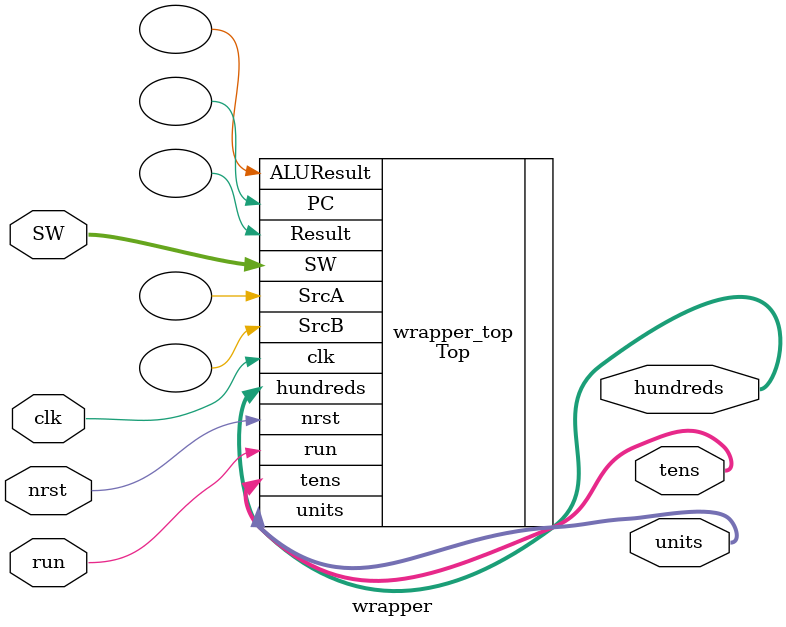
<source format=sv>
module wrapper
(
	input nrst, run, clk,		// Signal from SW
	input [7:0] SW, 				// SW input
	output [7:0]	hundreds,	// Value send to 7SegLed
						tens, 
						units
);
	
Top wrapper_top (
						// Use
						.run(run),
						.clk(clk),
						.nrst(nrst),
						.SW(SW),
						.hundreds(hundreds),
						.tens(tens),
						.units(units),	
						
						// Un_use
						.ALUResult(), 
						.Result(), 
						.SrcA(), 
						.SrcB(), 
						.PC()
);									
						
endmodule 
</source>
